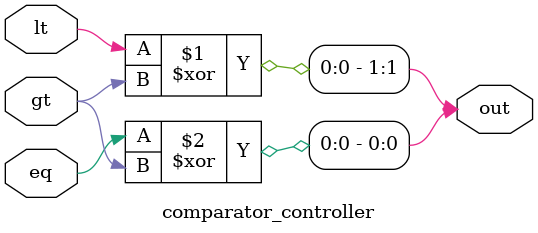
<source format=v>
module comparator_controller (/*AUTOARG*/
   // Outputs
   out,
   // Inputs
   lt, eq, gt
   ) ;
   input lt, eq, gt;
   output [1:0] out;

   xor x1(out[1], lt, gt);
   xor x2(out[0], eq, gt);

endmodule // comparator_controller

</source>
